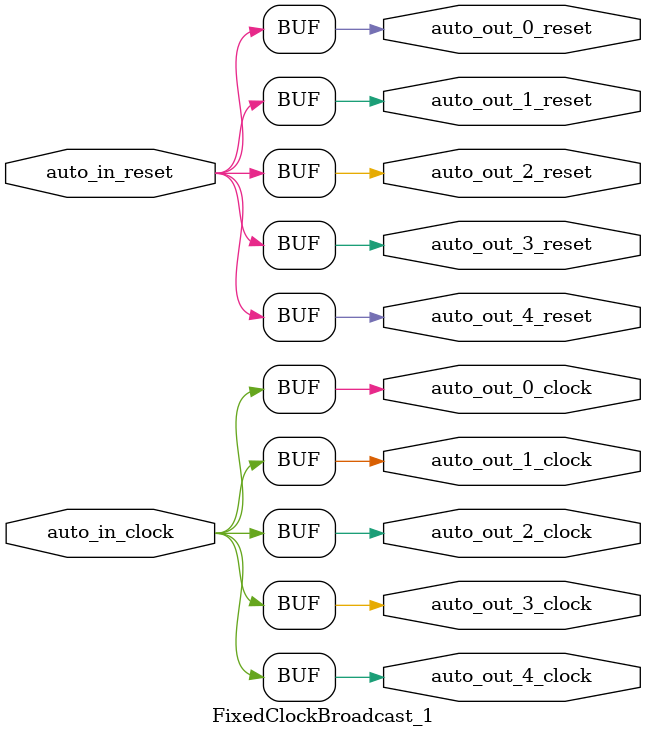
<source format=sv>
`ifndef RANDOMIZE
  `ifdef RANDOMIZE_REG_INIT
    `define RANDOMIZE
  `endif // RANDOMIZE_REG_INIT
`endif // not def RANDOMIZE
`ifndef RANDOMIZE
  `ifdef RANDOMIZE_MEM_INIT
    `define RANDOMIZE
  `endif // RANDOMIZE_MEM_INIT
`endif // not def RANDOMIZE

`ifndef RANDOM
  `define RANDOM $random
`endif // not def RANDOM

// Users can define 'PRINTF_COND' to add an extra gate to prints.
`ifndef PRINTF_COND_
  `ifdef PRINTF_COND
    `define PRINTF_COND_ (`PRINTF_COND)
  `else  // PRINTF_COND
    `define PRINTF_COND_ 1
  `endif // PRINTF_COND
`endif // not def PRINTF_COND_

// Users can define 'ASSERT_VERBOSE_COND' to add an extra gate to assert error printing.
`ifndef ASSERT_VERBOSE_COND_
  `ifdef ASSERT_VERBOSE_COND
    `define ASSERT_VERBOSE_COND_ (`ASSERT_VERBOSE_COND)
  `else  // ASSERT_VERBOSE_COND
    `define ASSERT_VERBOSE_COND_ 1
  `endif // ASSERT_VERBOSE_COND
`endif // not def ASSERT_VERBOSE_COND_

// Users can define 'STOP_COND' to add an extra gate to stop conditions.
`ifndef STOP_COND_
  `ifdef STOP_COND
    `define STOP_COND_ (`STOP_COND)
  `else  // STOP_COND
    `define STOP_COND_ 1
  `endif // STOP_COND
`endif // not def STOP_COND_

// Users can define INIT_RANDOM as general code that gets injected into the
// initializer block for modules with registers.
`ifndef INIT_RANDOM
  `define INIT_RANDOM
`endif // not def INIT_RANDOM

// If using random initialization, you can also define RANDOMIZE_DELAY to
// customize the delay used, otherwise 0.002 is used.
`ifndef RANDOMIZE_DELAY
  `define RANDOMIZE_DELAY 0.002
`endif // not def RANDOMIZE_DELAY

// Define INIT_RANDOM_PROLOG_ for use in our modules below.
`ifndef INIT_RANDOM_PROLOG_
  `ifdef RANDOMIZE
    `ifdef VERILATOR
      `define INIT_RANDOM_PROLOG_ `INIT_RANDOM
    `else  // VERILATOR
      `define INIT_RANDOM_PROLOG_ `INIT_RANDOM #`RANDOMIZE_DELAY begin end
    `endif // VERILATOR
  `else  // RANDOMIZE
    `define INIT_RANDOM_PROLOG_
  `endif // RANDOMIZE
`endif // not def INIT_RANDOM_PROLOG_

module FixedClockBroadcast_1(
  input  auto_in_clock,
         auto_in_reset,
  output auto_out_4_clock,
         auto_out_4_reset,
         auto_out_3_clock,
         auto_out_3_reset,
         auto_out_2_clock,
         auto_out_2_reset,
         auto_out_1_clock,
         auto_out_1_reset,
         auto_out_0_clock,
         auto_out_0_reset
);

  assign auto_out_4_clock = auto_in_clock;
  assign auto_out_4_reset = auto_in_reset;
  assign auto_out_3_clock = auto_in_clock;
  assign auto_out_3_reset = auto_in_reset;
  assign auto_out_2_clock = auto_in_clock;
  assign auto_out_2_reset = auto_in_reset;
  assign auto_out_1_clock = auto_in_clock;
  assign auto_out_1_reset = auto_in_reset;
  assign auto_out_0_clock = auto_in_clock;
  assign auto_out_0_reset = auto_in_reset;
endmodule


</source>
